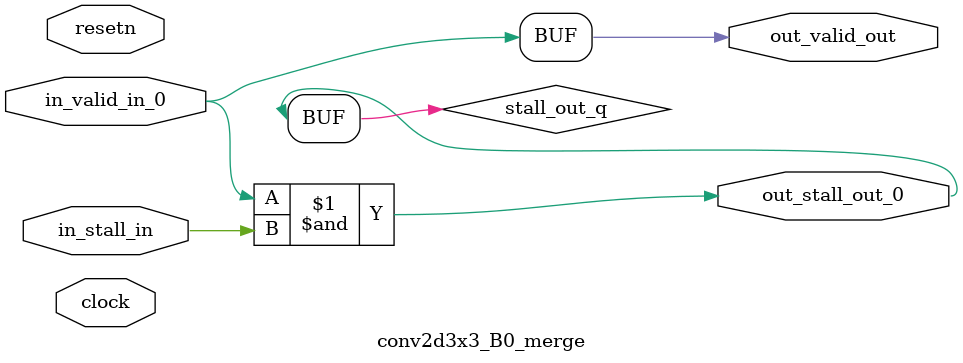
<source format=sv>



(* altera_attribute = "-name AUTO_SHIFT_REGISTER_RECOGNITION OFF; -name MESSAGE_DISABLE 10036; -name MESSAGE_DISABLE 10037; -name MESSAGE_DISABLE 14130; -name MESSAGE_DISABLE 14320; -name MESSAGE_DISABLE 15400; -name MESSAGE_DISABLE 14130; -name MESSAGE_DISABLE 10036; -name MESSAGE_DISABLE 12020; -name MESSAGE_DISABLE 12030; -name MESSAGE_DISABLE 12010; -name MESSAGE_DISABLE 12110; -name MESSAGE_DISABLE 14320; -name MESSAGE_DISABLE 13410; -name MESSAGE_DISABLE 113007; -name MESSAGE_DISABLE 10958" *)
module conv2d3x3_B0_merge (
    input wire [0:0] in_stall_in,
    input wire [0:0] in_valid_in_0,
    output wire [0:0] out_stall_out_0,
    output wire [0:0] out_valid_out,
    input wire clock,
    input wire resetn
    );

    wire [0:0] stall_out_q;


    // stall_out(LOGICAL,6)
    assign stall_out_q = in_valid_in_0 & in_stall_in;

    // out_stall_out_0(GPOUT,4)
    assign out_stall_out_0 = stall_out_q;

    // out_valid_out(GPOUT,5)
    assign out_valid_out = in_valid_in_0;

endmodule

</source>
